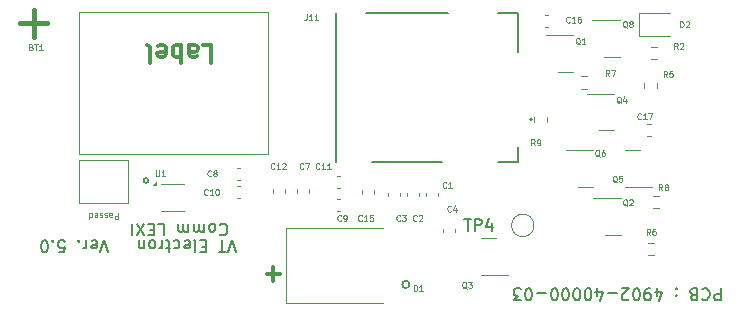
<source format=gbr>
%TF.GenerationSoftware,KiCad,Pcbnew,8.0.5*%
%TF.CreationDate,2024-10-21T10:38:41+01:00*%
%TF.ProjectId,LEXI-R422-Rev 3,4c455849-2d52-4343-9232-2d5265762033,rev?*%
%TF.SameCoordinates,Original*%
%TF.FileFunction,Legend,Top*%
%TF.FilePolarity,Positive*%
%FSLAX46Y46*%
G04 Gerber Fmt 4.6, Leading zero omitted, Abs format (unit mm)*
G04 Created by KiCad (PCBNEW 8.0.5) date 2024-10-21 10:38:41*
%MOMM*%
%LPD*%
G01*
G04 APERTURE LIST*
%ADD10C,0.200000*%
%ADD11C,0.100000*%
%ADD12C,0.300000*%
%ADD13C,0.150000*%
%ADD14C,0.450000*%
%ADD15C,0.120000*%
%ADD16C,0.127000*%
G04 APERTURE END LIST*
D10*
X46510047Y-1200000D02*
G75*
G02*
X45889953Y-1200000I-310047J0D01*
G01*
X45889953Y-1200000D02*
G75*
G02*
X46510047Y-1200000I310047J0D01*
G01*
X24400000Y7600000D02*
G75*
G02*
X24000000Y7600000I-200000J0D01*
G01*
X24000000Y7600000D02*
G75*
G02*
X24400000Y7600000I200000J0D01*
G01*
D11*
X18525200Y9338800D02*
X22640000Y9338800D01*
X22640000Y5681200D01*
X18525200Y5681200D01*
X18525200Y9338800D01*
D10*
X72868094Y-1527780D02*
X72868094Y-2527780D01*
X72868094Y-2527780D02*
X72487142Y-2527780D01*
X72487142Y-2527780D02*
X72391904Y-2480161D01*
X72391904Y-2480161D02*
X72344285Y-2432542D01*
X72344285Y-2432542D02*
X72296666Y-2337304D01*
X72296666Y-2337304D02*
X72296666Y-2194447D01*
X72296666Y-2194447D02*
X72344285Y-2099209D01*
X72344285Y-2099209D02*
X72391904Y-2051590D01*
X72391904Y-2051590D02*
X72487142Y-2003971D01*
X72487142Y-2003971D02*
X72868094Y-2003971D01*
X71296666Y-1623019D02*
X71344285Y-1575400D01*
X71344285Y-1575400D02*
X71487142Y-1527780D01*
X71487142Y-1527780D02*
X71582380Y-1527780D01*
X71582380Y-1527780D02*
X71725237Y-1575400D01*
X71725237Y-1575400D02*
X71820475Y-1670638D01*
X71820475Y-1670638D02*
X71868094Y-1765876D01*
X71868094Y-1765876D02*
X71915713Y-1956352D01*
X71915713Y-1956352D02*
X71915713Y-2099209D01*
X71915713Y-2099209D02*
X71868094Y-2289685D01*
X71868094Y-2289685D02*
X71820475Y-2384923D01*
X71820475Y-2384923D02*
X71725237Y-2480161D01*
X71725237Y-2480161D02*
X71582380Y-2527780D01*
X71582380Y-2527780D02*
X71487142Y-2527780D01*
X71487142Y-2527780D02*
X71344285Y-2480161D01*
X71344285Y-2480161D02*
X71296666Y-2432542D01*
X70534761Y-2051590D02*
X70391904Y-2003971D01*
X70391904Y-2003971D02*
X70344285Y-1956352D01*
X70344285Y-1956352D02*
X70296666Y-1861114D01*
X70296666Y-1861114D02*
X70296666Y-1718257D01*
X70296666Y-1718257D02*
X70344285Y-1623019D01*
X70344285Y-1623019D02*
X70391904Y-1575400D01*
X70391904Y-1575400D02*
X70487142Y-1527780D01*
X70487142Y-1527780D02*
X70868094Y-1527780D01*
X70868094Y-1527780D02*
X70868094Y-2527780D01*
X70868094Y-2527780D02*
X70534761Y-2527780D01*
X70534761Y-2527780D02*
X70439523Y-2480161D01*
X70439523Y-2480161D02*
X70391904Y-2432542D01*
X70391904Y-2432542D02*
X70344285Y-2337304D01*
X70344285Y-2337304D02*
X70344285Y-2242066D01*
X70344285Y-2242066D02*
X70391904Y-2146828D01*
X70391904Y-2146828D02*
X70439523Y-2099209D01*
X70439523Y-2099209D02*
X70534761Y-2051590D01*
X70534761Y-2051590D02*
X70868094Y-2051590D01*
X69106189Y-1623019D02*
X69058570Y-1575400D01*
X69058570Y-1575400D02*
X69106189Y-1527780D01*
X69106189Y-1527780D02*
X69153808Y-1575400D01*
X69153808Y-1575400D02*
X69106189Y-1623019D01*
X69106189Y-1623019D02*
X69106189Y-1527780D01*
X69106189Y-2146828D02*
X69058570Y-2099209D01*
X69058570Y-2099209D02*
X69106189Y-2051590D01*
X69106189Y-2051590D02*
X69153808Y-2099209D01*
X69153808Y-2099209D02*
X69106189Y-2146828D01*
X69106189Y-2146828D02*
X69106189Y-2051590D01*
X67439523Y-2194447D02*
X67439523Y-1527780D01*
X67677618Y-2575400D02*
X67915713Y-1861114D01*
X67915713Y-1861114D02*
X67296666Y-1861114D01*
X66868094Y-1527780D02*
X66677618Y-1527780D01*
X66677618Y-1527780D02*
X66582380Y-1575400D01*
X66582380Y-1575400D02*
X66534761Y-1623019D01*
X66534761Y-1623019D02*
X66439523Y-1765876D01*
X66439523Y-1765876D02*
X66391904Y-1956352D01*
X66391904Y-1956352D02*
X66391904Y-2337304D01*
X66391904Y-2337304D02*
X66439523Y-2432542D01*
X66439523Y-2432542D02*
X66487142Y-2480161D01*
X66487142Y-2480161D02*
X66582380Y-2527780D01*
X66582380Y-2527780D02*
X66772856Y-2527780D01*
X66772856Y-2527780D02*
X66868094Y-2480161D01*
X66868094Y-2480161D02*
X66915713Y-2432542D01*
X66915713Y-2432542D02*
X66963332Y-2337304D01*
X66963332Y-2337304D02*
X66963332Y-2099209D01*
X66963332Y-2099209D02*
X66915713Y-2003971D01*
X66915713Y-2003971D02*
X66868094Y-1956352D01*
X66868094Y-1956352D02*
X66772856Y-1908733D01*
X66772856Y-1908733D02*
X66582380Y-1908733D01*
X66582380Y-1908733D02*
X66487142Y-1956352D01*
X66487142Y-1956352D02*
X66439523Y-2003971D01*
X66439523Y-2003971D02*
X66391904Y-2099209D01*
X65772856Y-2527780D02*
X65677618Y-2527780D01*
X65677618Y-2527780D02*
X65582380Y-2480161D01*
X65582380Y-2480161D02*
X65534761Y-2432542D01*
X65534761Y-2432542D02*
X65487142Y-2337304D01*
X65487142Y-2337304D02*
X65439523Y-2146828D01*
X65439523Y-2146828D02*
X65439523Y-1908733D01*
X65439523Y-1908733D02*
X65487142Y-1718257D01*
X65487142Y-1718257D02*
X65534761Y-1623019D01*
X65534761Y-1623019D02*
X65582380Y-1575400D01*
X65582380Y-1575400D02*
X65677618Y-1527780D01*
X65677618Y-1527780D02*
X65772856Y-1527780D01*
X65772856Y-1527780D02*
X65868094Y-1575400D01*
X65868094Y-1575400D02*
X65915713Y-1623019D01*
X65915713Y-1623019D02*
X65963332Y-1718257D01*
X65963332Y-1718257D02*
X66010951Y-1908733D01*
X66010951Y-1908733D02*
X66010951Y-2146828D01*
X66010951Y-2146828D02*
X65963332Y-2337304D01*
X65963332Y-2337304D02*
X65915713Y-2432542D01*
X65915713Y-2432542D02*
X65868094Y-2480161D01*
X65868094Y-2480161D02*
X65772856Y-2527780D01*
X65058570Y-2432542D02*
X65010951Y-2480161D01*
X65010951Y-2480161D02*
X64915713Y-2527780D01*
X64915713Y-2527780D02*
X64677618Y-2527780D01*
X64677618Y-2527780D02*
X64582380Y-2480161D01*
X64582380Y-2480161D02*
X64534761Y-2432542D01*
X64534761Y-2432542D02*
X64487142Y-2337304D01*
X64487142Y-2337304D02*
X64487142Y-2242066D01*
X64487142Y-2242066D02*
X64534761Y-2099209D01*
X64534761Y-2099209D02*
X65106189Y-1527780D01*
X65106189Y-1527780D02*
X64487142Y-1527780D01*
X64058570Y-1908733D02*
X63296666Y-1908733D01*
X62391904Y-2194447D02*
X62391904Y-1527780D01*
X62629999Y-2575400D02*
X62868094Y-1861114D01*
X62868094Y-1861114D02*
X62249047Y-1861114D01*
X61677618Y-2527780D02*
X61582380Y-2527780D01*
X61582380Y-2527780D02*
X61487142Y-2480161D01*
X61487142Y-2480161D02*
X61439523Y-2432542D01*
X61439523Y-2432542D02*
X61391904Y-2337304D01*
X61391904Y-2337304D02*
X61344285Y-2146828D01*
X61344285Y-2146828D02*
X61344285Y-1908733D01*
X61344285Y-1908733D02*
X61391904Y-1718257D01*
X61391904Y-1718257D02*
X61439523Y-1623019D01*
X61439523Y-1623019D02*
X61487142Y-1575400D01*
X61487142Y-1575400D02*
X61582380Y-1527780D01*
X61582380Y-1527780D02*
X61677618Y-1527780D01*
X61677618Y-1527780D02*
X61772856Y-1575400D01*
X61772856Y-1575400D02*
X61820475Y-1623019D01*
X61820475Y-1623019D02*
X61868094Y-1718257D01*
X61868094Y-1718257D02*
X61915713Y-1908733D01*
X61915713Y-1908733D02*
X61915713Y-2146828D01*
X61915713Y-2146828D02*
X61868094Y-2337304D01*
X61868094Y-2337304D02*
X61820475Y-2432542D01*
X61820475Y-2432542D02*
X61772856Y-2480161D01*
X61772856Y-2480161D02*
X61677618Y-2527780D01*
X60725237Y-2527780D02*
X60629999Y-2527780D01*
X60629999Y-2527780D02*
X60534761Y-2480161D01*
X60534761Y-2480161D02*
X60487142Y-2432542D01*
X60487142Y-2432542D02*
X60439523Y-2337304D01*
X60439523Y-2337304D02*
X60391904Y-2146828D01*
X60391904Y-2146828D02*
X60391904Y-1908733D01*
X60391904Y-1908733D02*
X60439523Y-1718257D01*
X60439523Y-1718257D02*
X60487142Y-1623019D01*
X60487142Y-1623019D02*
X60534761Y-1575400D01*
X60534761Y-1575400D02*
X60629999Y-1527780D01*
X60629999Y-1527780D02*
X60725237Y-1527780D01*
X60725237Y-1527780D02*
X60820475Y-1575400D01*
X60820475Y-1575400D02*
X60868094Y-1623019D01*
X60868094Y-1623019D02*
X60915713Y-1718257D01*
X60915713Y-1718257D02*
X60963332Y-1908733D01*
X60963332Y-1908733D02*
X60963332Y-2146828D01*
X60963332Y-2146828D02*
X60915713Y-2337304D01*
X60915713Y-2337304D02*
X60868094Y-2432542D01*
X60868094Y-2432542D02*
X60820475Y-2480161D01*
X60820475Y-2480161D02*
X60725237Y-2527780D01*
X59772856Y-2527780D02*
X59677618Y-2527780D01*
X59677618Y-2527780D02*
X59582380Y-2480161D01*
X59582380Y-2480161D02*
X59534761Y-2432542D01*
X59534761Y-2432542D02*
X59487142Y-2337304D01*
X59487142Y-2337304D02*
X59439523Y-2146828D01*
X59439523Y-2146828D02*
X59439523Y-1908733D01*
X59439523Y-1908733D02*
X59487142Y-1718257D01*
X59487142Y-1718257D02*
X59534761Y-1623019D01*
X59534761Y-1623019D02*
X59582380Y-1575400D01*
X59582380Y-1575400D02*
X59677618Y-1527780D01*
X59677618Y-1527780D02*
X59772856Y-1527780D01*
X59772856Y-1527780D02*
X59868094Y-1575400D01*
X59868094Y-1575400D02*
X59915713Y-1623019D01*
X59915713Y-1623019D02*
X59963332Y-1718257D01*
X59963332Y-1718257D02*
X60010951Y-1908733D01*
X60010951Y-1908733D02*
X60010951Y-2146828D01*
X60010951Y-2146828D02*
X59963332Y-2337304D01*
X59963332Y-2337304D02*
X59915713Y-2432542D01*
X59915713Y-2432542D02*
X59868094Y-2480161D01*
X59868094Y-2480161D02*
X59772856Y-2527780D01*
X58820475Y-2527780D02*
X58725237Y-2527780D01*
X58725237Y-2527780D02*
X58629999Y-2480161D01*
X58629999Y-2480161D02*
X58582380Y-2432542D01*
X58582380Y-2432542D02*
X58534761Y-2337304D01*
X58534761Y-2337304D02*
X58487142Y-2146828D01*
X58487142Y-2146828D02*
X58487142Y-1908733D01*
X58487142Y-1908733D02*
X58534761Y-1718257D01*
X58534761Y-1718257D02*
X58582380Y-1623019D01*
X58582380Y-1623019D02*
X58629999Y-1575400D01*
X58629999Y-1575400D02*
X58725237Y-1527780D01*
X58725237Y-1527780D02*
X58820475Y-1527780D01*
X58820475Y-1527780D02*
X58915713Y-1575400D01*
X58915713Y-1575400D02*
X58963332Y-1623019D01*
X58963332Y-1623019D02*
X59010951Y-1718257D01*
X59010951Y-1718257D02*
X59058570Y-1908733D01*
X59058570Y-1908733D02*
X59058570Y-2146828D01*
X59058570Y-2146828D02*
X59010951Y-2337304D01*
X59010951Y-2337304D02*
X58963332Y-2432542D01*
X58963332Y-2432542D02*
X58915713Y-2480161D01*
X58915713Y-2480161D02*
X58820475Y-2527780D01*
X58058570Y-1908733D02*
X57296666Y-1908733D01*
X56629999Y-2527780D02*
X56534761Y-2527780D01*
X56534761Y-2527780D02*
X56439523Y-2480161D01*
X56439523Y-2480161D02*
X56391904Y-2432542D01*
X56391904Y-2432542D02*
X56344285Y-2337304D01*
X56344285Y-2337304D02*
X56296666Y-2146828D01*
X56296666Y-2146828D02*
X56296666Y-1908733D01*
X56296666Y-1908733D02*
X56344285Y-1718257D01*
X56344285Y-1718257D02*
X56391904Y-1623019D01*
X56391904Y-1623019D02*
X56439523Y-1575400D01*
X56439523Y-1575400D02*
X56534761Y-1527780D01*
X56534761Y-1527780D02*
X56629999Y-1527780D01*
X56629999Y-1527780D02*
X56725237Y-1575400D01*
X56725237Y-1575400D02*
X56772856Y-1623019D01*
X56772856Y-1623019D02*
X56820475Y-1718257D01*
X56820475Y-1718257D02*
X56868094Y-1908733D01*
X56868094Y-1908733D02*
X56868094Y-2146828D01*
X56868094Y-2146828D02*
X56820475Y-2337304D01*
X56820475Y-2337304D02*
X56772856Y-2432542D01*
X56772856Y-2432542D02*
X56725237Y-2480161D01*
X56725237Y-2480161D02*
X56629999Y-2527780D01*
X55963332Y-2527780D02*
X55344285Y-2527780D01*
X55344285Y-2527780D02*
X55677618Y-2146828D01*
X55677618Y-2146828D02*
X55534761Y-2146828D01*
X55534761Y-2146828D02*
X55439523Y-2099209D01*
X55439523Y-2099209D02*
X55391904Y-2051590D01*
X55391904Y-2051590D02*
X55344285Y-1956352D01*
X55344285Y-1956352D02*
X55344285Y-1718257D01*
X55344285Y-1718257D02*
X55391904Y-1623019D01*
X55391904Y-1623019D02*
X55439523Y-1575400D01*
X55439523Y-1575400D02*
X55534761Y-1527780D01*
X55534761Y-1527780D02*
X55820475Y-1527780D01*
X55820475Y-1527780D02*
X55915713Y-1575400D01*
X55915713Y-1575400D02*
X55963332Y-1623019D01*
X31795715Y1522219D02*
X31462382Y2522219D01*
X31462382Y2522219D02*
X31129049Y1522219D01*
X30938572Y1522219D02*
X30367144Y1522219D01*
X30652858Y2522219D02*
X30652858Y1522219D01*
X29271905Y1998409D02*
X28938572Y1998409D01*
X28795715Y2522219D02*
X29271905Y2522219D01*
X29271905Y2522219D02*
X29271905Y1522219D01*
X29271905Y1522219D02*
X28795715Y1522219D01*
X28224286Y2522219D02*
X28319524Y2474600D01*
X28319524Y2474600D02*
X28367143Y2379361D01*
X28367143Y2379361D02*
X28367143Y1522219D01*
X27462381Y2474600D02*
X27557619Y2522219D01*
X27557619Y2522219D02*
X27748095Y2522219D01*
X27748095Y2522219D02*
X27843333Y2474600D01*
X27843333Y2474600D02*
X27890952Y2379361D01*
X27890952Y2379361D02*
X27890952Y1998409D01*
X27890952Y1998409D02*
X27843333Y1903171D01*
X27843333Y1903171D02*
X27748095Y1855552D01*
X27748095Y1855552D02*
X27557619Y1855552D01*
X27557619Y1855552D02*
X27462381Y1903171D01*
X27462381Y1903171D02*
X27414762Y1998409D01*
X27414762Y1998409D02*
X27414762Y2093647D01*
X27414762Y2093647D02*
X27890952Y2188885D01*
X26557619Y2474600D02*
X26652857Y2522219D01*
X26652857Y2522219D02*
X26843333Y2522219D01*
X26843333Y2522219D02*
X26938571Y2474600D01*
X26938571Y2474600D02*
X26986190Y2426980D01*
X26986190Y2426980D02*
X27033809Y2331742D01*
X27033809Y2331742D02*
X27033809Y2046028D01*
X27033809Y2046028D02*
X26986190Y1950790D01*
X26986190Y1950790D02*
X26938571Y1903171D01*
X26938571Y1903171D02*
X26843333Y1855552D01*
X26843333Y1855552D02*
X26652857Y1855552D01*
X26652857Y1855552D02*
X26557619Y1903171D01*
X26271904Y1855552D02*
X25890952Y1855552D01*
X26129047Y1522219D02*
X26129047Y2379361D01*
X26129047Y2379361D02*
X26081428Y2474600D01*
X26081428Y2474600D02*
X25986190Y2522219D01*
X25986190Y2522219D02*
X25890952Y2522219D01*
X25557618Y2522219D02*
X25557618Y1855552D01*
X25557618Y2046028D02*
X25509999Y1950790D01*
X25509999Y1950790D02*
X25462380Y1903171D01*
X25462380Y1903171D02*
X25367142Y1855552D01*
X25367142Y1855552D02*
X25271904Y1855552D01*
X24795713Y2522219D02*
X24890951Y2474600D01*
X24890951Y2474600D02*
X24938570Y2426980D01*
X24938570Y2426980D02*
X24986189Y2331742D01*
X24986189Y2331742D02*
X24986189Y2046028D01*
X24986189Y2046028D02*
X24938570Y1950790D01*
X24938570Y1950790D02*
X24890951Y1903171D01*
X24890951Y1903171D02*
X24795713Y1855552D01*
X24795713Y1855552D02*
X24652856Y1855552D01*
X24652856Y1855552D02*
X24557618Y1903171D01*
X24557618Y1903171D02*
X24509999Y1950790D01*
X24509999Y1950790D02*
X24462380Y2046028D01*
X24462380Y2046028D02*
X24462380Y2331742D01*
X24462380Y2331742D02*
X24509999Y2426980D01*
X24509999Y2426980D02*
X24557618Y2474600D01*
X24557618Y2474600D02*
X24652856Y2522219D01*
X24652856Y2522219D02*
X24795713Y2522219D01*
X24033808Y1855552D02*
X24033808Y2522219D01*
X24033808Y1950790D02*
X23986189Y1903171D01*
X23986189Y1903171D02*
X23890951Y1855552D01*
X23890951Y1855552D02*
X23748094Y1855552D01*
X23748094Y1855552D02*
X23652856Y1903171D01*
X23652856Y1903171D02*
X23605237Y1998409D01*
X23605237Y1998409D02*
X23605237Y2522219D01*
X20986188Y1522219D02*
X20652855Y2522219D01*
X20652855Y2522219D02*
X20319522Y1522219D01*
X19605236Y2474600D02*
X19700474Y2522219D01*
X19700474Y2522219D02*
X19890950Y2522219D01*
X19890950Y2522219D02*
X19986188Y2474600D01*
X19986188Y2474600D02*
X20033807Y2379361D01*
X20033807Y2379361D02*
X20033807Y1998409D01*
X20033807Y1998409D02*
X19986188Y1903171D01*
X19986188Y1903171D02*
X19890950Y1855552D01*
X19890950Y1855552D02*
X19700474Y1855552D01*
X19700474Y1855552D02*
X19605236Y1903171D01*
X19605236Y1903171D02*
X19557617Y1998409D01*
X19557617Y1998409D02*
X19557617Y2093647D01*
X19557617Y2093647D02*
X20033807Y2188885D01*
X19129045Y2522219D02*
X19129045Y1855552D01*
X19129045Y2046028D02*
X19081426Y1950790D01*
X19081426Y1950790D02*
X19033807Y1903171D01*
X19033807Y1903171D02*
X18938569Y1855552D01*
X18938569Y1855552D02*
X18843331Y1855552D01*
X18509997Y2426980D02*
X18462378Y2474600D01*
X18462378Y2474600D02*
X18509997Y2522219D01*
X18509997Y2522219D02*
X18557616Y2474600D01*
X18557616Y2474600D02*
X18509997Y2426980D01*
X18509997Y2426980D02*
X18509997Y2522219D01*
X16795712Y1522219D02*
X17271902Y1522219D01*
X17271902Y1522219D02*
X17319521Y1998409D01*
X17319521Y1998409D02*
X17271902Y1950790D01*
X17271902Y1950790D02*
X17176664Y1903171D01*
X17176664Y1903171D02*
X16938569Y1903171D01*
X16938569Y1903171D02*
X16843331Y1950790D01*
X16843331Y1950790D02*
X16795712Y1998409D01*
X16795712Y1998409D02*
X16748093Y2093647D01*
X16748093Y2093647D02*
X16748093Y2331742D01*
X16748093Y2331742D02*
X16795712Y2426980D01*
X16795712Y2426980D02*
X16843331Y2474600D01*
X16843331Y2474600D02*
X16938569Y2522219D01*
X16938569Y2522219D02*
X17176664Y2522219D01*
X17176664Y2522219D02*
X17271902Y2474600D01*
X17271902Y2474600D02*
X17319521Y2426980D01*
X16319521Y2426980D02*
X16271902Y2474600D01*
X16271902Y2474600D02*
X16319521Y2522219D01*
X16319521Y2522219D02*
X16367140Y2474600D01*
X16367140Y2474600D02*
X16319521Y2426980D01*
X16319521Y2426980D02*
X16319521Y2522219D01*
X15652855Y1522219D02*
X15557617Y1522219D01*
X15557617Y1522219D02*
X15462379Y1569838D01*
X15462379Y1569838D02*
X15414760Y1617457D01*
X15414760Y1617457D02*
X15367141Y1712695D01*
X15367141Y1712695D02*
X15319522Y1903171D01*
X15319522Y1903171D02*
X15319522Y2141266D01*
X15319522Y2141266D02*
X15367141Y2331742D01*
X15367141Y2331742D02*
X15414760Y2426980D01*
X15414760Y2426980D02*
X15462379Y2474600D01*
X15462379Y2474600D02*
X15557617Y2522219D01*
X15557617Y2522219D02*
X15652855Y2522219D01*
X15652855Y2522219D02*
X15748093Y2474600D01*
X15748093Y2474600D02*
X15795712Y2426980D01*
X15795712Y2426980D02*
X15843331Y2331742D01*
X15843331Y2331742D02*
X15890950Y2141266D01*
X15890950Y2141266D02*
X15890950Y1903171D01*
X15890950Y1903171D02*
X15843331Y1712695D01*
X15843331Y1712695D02*
X15795712Y1617457D01*
X15795712Y1617457D02*
X15748093Y1569838D01*
X15748093Y1569838D02*
X15652855Y1522219D01*
D12*
X29018571Y19078328D02*
X29732857Y19078328D01*
X29732857Y19078328D02*
X29732857Y17578328D01*
X27875714Y19078328D02*
X27875714Y18292614D01*
X27875714Y18292614D02*
X27947142Y18149757D01*
X27947142Y18149757D02*
X28089999Y18078328D01*
X28089999Y18078328D02*
X28375714Y18078328D01*
X28375714Y18078328D02*
X28518571Y18149757D01*
X27875714Y19006900D02*
X28018571Y19078328D01*
X28018571Y19078328D02*
X28375714Y19078328D01*
X28375714Y19078328D02*
X28518571Y19006900D01*
X28518571Y19006900D02*
X28589999Y18864042D01*
X28589999Y18864042D02*
X28589999Y18721185D01*
X28589999Y18721185D02*
X28518571Y18578328D01*
X28518571Y18578328D02*
X28375714Y18506900D01*
X28375714Y18506900D02*
X28018571Y18506900D01*
X28018571Y18506900D02*
X27875714Y18435471D01*
X27161428Y19078328D02*
X27161428Y17578328D01*
X27161428Y18149757D02*
X27018571Y18078328D01*
X27018571Y18078328D02*
X26732856Y18078328D01*
X26732856Y18078328D02*
X26589999Y18149757D01*
X26589999Y18149757D02*
X26518571Y18221185D01*
X26518571Y18221185D02*
X26447142Y18364042D01*
X26447142Y18364042D02*
X26447142Y18792614D01*
X26447142Y18792614D02*
X26518571Y18935471D01*
X26518571Y18935471D02*
X26589999Y19006900D01*
X26589999Y19006900D02*
X26732856Y19078328D01*
X26732856Y19078328D02*
X27018571Y19078328D01*
X27018571Y19078328D02*
X27161428Y19006900D01*
X25232856Y19006900D02*
X25375713Y19078328D01*
X25375713Y19078328D02*
X25661428Y19078328D01*
X25661428Y19078328D02*
X25804285Y19006900D01*
X25804285Y19006900D02*
X25875713Y18864042D01*
X25875713Y18864042D02*
X25875713Y18292614D01*
X25875713Y18292614D02*
X25804285Y18149757D01*
X25804285Y18149757D02*
X25661428Y18078328D01*
X25661428Y18078328D02*
X25375713Y18078328D01*
X25375713Y18078328D02*
X25232856Y18149757D01*
X25232856Y18149757D02*
X25161428Y18292614D01*
X25161428Y18292614D02*
X25161428Y18435471D01*
X25161428Y18435471D02*
X25875713Y18578328D01*
X24304285Y19078328D02*
X24447142Y19006900D01*
X24447142Y19006900D02*
X24518571Y18864042D01*
X24518571Y18864042D02*
X24518571Y17578328D01*
D11*
X21822380Y4856109D02*
X21822380Y4356109D01*
X21822380Y4356109D02*
X21631904Y4356109D01*
X21631904Y4356109D02*
X21584285Y4379919D01*
X21584285Y4379919D02*
X21560475Y4403728D01*
X21560475Y4403728D02*
X21536666Y4451347D01*
X21536666Y4451347D02*
X21536666Y4522776D01*
X21536666Y4522776D02*
X21560475Y4570395D01*
X21560475Y4570395D02*
X21584285Y4594204D01*
X21584285Y4594204D02*
X21631904Y4618014D01*
X21631904Y4618014D02*
X21822380Y4618014D01*
X21108094Y4856109D02*
X21108094Y4594204D01*
X21108094Y4594204D02*
X21131904Y4546585D01*
X21131904Y4546585D02*
X21179523Y4522776D01*
X21179523Y4522776D02*
X21274761Y4522776D01*
X21274761Y4522776D02*
X21322380Y4546585D01*
X21108094Y4832300D02*
X21155713Y4856109D01*
X21155713Y4856109D02*
X21274761Y4856109D01*
X21274761Y4856109D02*
X21322380Y4832300D01*
X21322380Y4832300D02*
X21346189Y4784680D01*
X21346189Y4784680D02*
X21346189Y4737061D01*
X21346189Y4737061D02*
X21322380Y4689442D01*
X21322380Y4689442D02*
X21274761Y4665633D01*
X21274761Y4665633D02*
X21155713Y4665633D01*
X21155713Y4665633D02*
X21108094Y4641823D01*
X20893808Y4832300D02*
X20846189Y4856109D01*
X20846189Y4856109D02*
X20750951Y4856109D01*
X20750951Y4856109D02*
X20703332Y4832300D01*
X20703332Y4832300D02*
X20679523Y4784680D01*
X20679523Y4784680D02*
X20679523Y4760871D01*
X20679523Y4760871D02*
X20703332Y4713252D01*
X20703332Y4713252D02*
X20750951Y4689442D01*
X20750951Y4689442D02*
X20822380Y4689442D01*
X20822380Y4689442D02*
X20869999Y4665633D01*
X20869999Y4665633D02*
X20893808Y4618014D01*
X20893808Y4618014D02*
X20893808Y4594204D01*
X20893808Y4594204D02*
X20869999Y4546585D01*
X20869999Y4546585D02*
X20822380Y4522776D01*
X20822380Y4522776D02*
X20750951Y4522776D01*
X20750951Y4522776D02*
X20703332Y4546585D01*
X20489046Y4832300D02*
X20441427Y4856109D01*
X20441427Y4856109D02*
X20346189Y4856109D01*
X20346189Y4856109D02*
X20298570Y4832300D01*
X20298570Y4832300D02*
X20274761Y4784680D01*
X20274761Y4784680D02*
X20274761Y4760871D01*
X20274761Y4760871D02*
X20298570Y4713252D01*
X20298570Y4713252D02*
X20346189Y4689442D01*
X20346189Y4689442D02*
X20417618Y4689442D01*
X20417618Y4689442D02*
X20465237Y4665633D01*
X20465237Y4665633D02*
X20489046Y4618014D01*
X20489046Y4618014D02*
X20489046Y4594204D01*
X20489046Y4594204D02*
X20465237Y4546585D01*
X20465237Y4546585D02*
X20417618Y4522776D01*
X20417618Y4522776D02*
X20346189Y4522776D01*
X20346189Y4522776D02*
X20298570Y4546585D01*
X19869999Y4832300D02*
X19917618Y4856109D01*
X19917618Y4856109D02*
X20012856Y4856109D01*
X20012856Y4856109D02*
X20060475Y4832300D01*
X20060475Y4832300D02*
X20084284Y4784680D01*
X20084284Y4784680D02*
X20084284Y4594204D01*
X20084284Y4594204D02*
X20060475Y4546585D01*
X20060475Y4546585D02*
X20012856Y4522776D01*
X20012856Y4522776D02*
X19917618Y4522776D01*
X19917618Y4522776D02*
X19869999Y4546585D01*
X19869999Y4546585D02*
X19846189Y4594204D01*
X19846189Y4594204D02*
X19846189Y4641823D01*
X19846189Y4641823D02*
X20084284Y4689442D01*
X19417618Y4856109D02*
X19417618Y4356109D01*
X19417618Y4832300D02*
X19465237Y4856109D01*
X19465237Y4856109D02*
X19560475Y4856109D01*
X19560475Y4856109D02*
X19608094Y4832300D01*
X19608094Y4832300D02*
X19631904Y4808490D01*
X19631904Y4808490D02*
X19655713Y4760871D01*
X19655713Y4760871D02*
X19655713Y4618014D01*
X19655713Y4618014D02*
X19631904Y4570395D01*
X19631904Y4570395D02*
X19608094Y4546585D01*
X19608094Y4546585D02*
X19560475Y4522776D01*
X19560475Y4522776D02*
X19465237Y4522776D01*
X19465237Y4522776D02*
X19417618Y4546585D01*
D10*
X30448571Y3852008D02*
X30496190Y3899628D01*
X30496190Y3899628D02*
X30639047Y3947247D01*
X30639047Y3947247D02*
X30734285Y3947247D01*
X30734285Y3947247D02*
X30877142Y3899628D01*
X30877142Y3899628D02*
X30972380Y3804389D01*
X30972380Y3804389D02*
X31019999Y3709151D01*
X31019999Y3709151D02*
X31067618Y3518675D01*
X31067618Y3518675D02*
X31067618Y3375818D01*
X31067618Y3375818D02*
X31019999Y3185342D01*
X31019999Y3185342D02*
X30972380Y3090104D01*
X30972380Y3090104D02*
X30877142Y2994866D01*
X30877142Y2994866D02*
X30734285Y2947247D01*
X30734285Y2947247D02*
X30639047Y2947247D01*
X30639047Y2947247D02*
X30496190Y2994866D01*
X30496190Y2994866D02*
X30448571Y3042485D01*
X29877142Y3947247D02*
X29972380Y3899628D01*
X29972380Y3899628D02*
X30019999Y3852008D01*
X30019999Y3852008D02*
X30067618Y3756770D01*
X30067618Y3756770D02*
X30067618Y3471056D01*
X30067618Y3471056D02*
X30019999Y3375818D01*
X30019999Y3375818D02*
X29972380Y3328199D01*
X29972380Y3328199D02*
X29877142Y3280580D01*
X29877142Y3280580D02*
X29734285Y3280580D01*
X29734285Y3280580D02*
X29639047Y3328199D01*
X29639047Y3328199D02*
X29591428Y3375818D01*
X29591428Y3375818D02*
X29543809Y3471056D01*
X29543809Y3471056D02*
X29543809Y3756770D01*
X29543809Y3756770D02*
X29591428Y3852008D01*
X29591428Y3852008D02*
X29639047Y3899628D01*
X29639047Y3899628D02*
X29734285Y3947247D01*
X29734285Y3947247D02*
X29877142Y3947247D01*
X29115237Y3947247D02*
X29115237Y3280580D01*
X29115237Y3375818D02*
X29067618Y3328199D01*
X29067618Y3328199D02*
X28972380Y3280580D01*
X28972380Y3280580D02*
X28829523Y3280580D01*
X28829523Y3280580D02*
X28734285Y3328199D01*
X28734285Y3328199D02*
X28686666Y3423437D01*
X28686666Y3423437D02*
X28686666Y3947247D01*
X28686666Y3423437D02*
X28639047Y3328199D01*
X28639047Y3328199D02*
X28543809Y3280580D01*
X28543809Y3280580D02*
X28400952Y3280580D01*
X28400952Y3280580D02*
X28305713Y3328199D01*
X28305713Y3328199D02*
X28258094Y3423437D01*
X28258094Y3423437D02*
X28258094Y3947247D01*
X27781904Y3947247D02*
X27781904Y3280580D01*
X27781904Y3375818D02*
X27734285Y3328199D01*
X27734285Y3328199D02*
X27639047Y3280580D01*
X27639047Y3280580D02*
X27496190Y3280580D01*
X27496190Y3280580D02*
X27400952Y3328199D01*
X27400952Y3328199D02*
X27353333Y3423437D01*
X27353333Y3423437D02*
X27353333Y3947247D01*
X27353333Y3423437D02*
X27305714Y3328199D01*
X27305714Y3328199D02*
X27210476Y3280580D01*
X27210476Y3280580D02*
X27067619Y3280580D01*
X27067619Y3280580D02*
X26972380Y3328199D01*
X26972380Y3328199D02*
X26924761Y3423437D01*
X26924761Y3423437D02*
X26924761Y3947247D01*
X25210476Y3947247D02*
X25686666Y3947247D01*
X25686666Y3947247D02*
X25686666Y2947247D01*
X24877142Y3423437D02*
X24543809Y3423437D01*
X24400952Y3947247D02*
X24877142Y3947247D01*
X24877142Y3947247D02*
X24877142Y2947247D01*
X24877142Y2947247D02*
X24400952Y2947247D01*
X24067618Y2947247D02*
X23400952Y3947247D01*
X23400952Y2947247D02*
X24067618Y3947247D01*
X23019999Y3947247D02*
X23019999Y2947247D01*
D12*
X34408571Y-326900D02*
X35551429Y-326900D01*
X34980000Y-898328D02*
X34980000Y244528D01*
D11*
X49616666Y7021509D02*
X49592857Y6997700D01*
X49592857Y6997700D02*
X49521428Y6973890D01*
X49521428Y6973890D02*
X49473809Y6973890D01*
X49473809Y6973890D02*
X49402381Y6997700D01*
X49402381Y6997700D02*
X49354762Y7045319D01*
X49354762Y7045319D02*
X49330952Y7092938D01*
X49330952Y7092938D02*
X49307143Y7188176D01*
X49307143Y7188176D02*
X49307143Y7259604D01*
X49307143Y7259604D02*
X49330952Y7354842D01*
X49330952Y7354842D02*
X49354762Y7402461D01*
X49354762Y7402461D02*
X49402381Y7450080D01*
X49402381Y7450080D02*
X49473809Y7473890D01*
X49473809Y7473890D02*
X49521428Y7473890D01*
X49521428Y7473890D02*
X49592857Y7450080D01*
X49592857Y7450080D02*
X49616666Y7426271D01*
X50092857Y6973890D02*
X49807143Y6973890D01*
X49950000Y6973890D02*
X49950000Y7473890D01*
X49950000Y7473890D02*
X49902381Y7402461D01*
X49902381Y7402461D02*
X49854762Y7354842D01*
X49854762Y7354842D02*
X49807143Y7331033D01*
X47116666Y4221509D02*
X47092857Y4197700D01*
X47092857Y4197700D02*
X47021428Y4173890D01*
X47021428Y4173890D02*
X46973809Y4173890D01*
X46973809Y4173890D02*
X46902381Y4197700D01*
X46902381Y4197700D02*
X46854762Y4245319D01*
X46854762Y4245319D02*
X46830952Y4292938D01*
X46830952Y4292938D02*
X46807143Y4388176D01*
X46807143Y4388176D02*
X46807143Y4459604D01*
X46807143Y4459604D02*
X46830952Y4554842D01*
X46830952Y4554842D02*
X46854762Y4602461D01*
X46854762Y4602461D02*
X46902381Y4650080D01*
X46902381Y4650080D02*
X46973809Y4673890D01*
X46973809Y4673890D02*
X47021428Y4673890D01*
X47021428Y4673890D02*
X47092857Y4650080D01*
X47092857Y4650080D02*
X47116666Y4626271D01*
X47307143Y4626271D02*
X47330952Y4650080D01*
X47330952Y4650080D02*
X47378571Y4673890D01*
X47378571Y4673890D02*
X47497619Y4673890D01*
X47497619Y4673890D02*
X47545238Y4650080D01*
X47545238Y4650080D02*
X47569047Y4626271D01*
X47569047Y4626271D02*
X47592857Y4578652D01*
X47592857Y4578652D02*
X47592857Y4531033D01*
X47592857Y4531033D02*
X47569047Y4459604D01*
X47569047Y4459604D02*
X47283333Y4173890D01*
X47283333Y4173890D02*
X47592857Y4173890D01*
X45716666Y4221509D02*
X45692857Y4197700D01*
X45692857Y4197700D02*
X45621428Y4173890D01*
X45621428Y4173890D02*
X45573809Y4173890D01*
X45573809Y4173890D02*
X45502381Y4197700D01*
X45502381Y4197700D02*
X45454762Y4245319D01*
X45454762Y4245319D02*
X45430952Y4292938D01*
X45430952Y4292938D02*
X45407143Y4388176D01*
X45407143Y4388176D02*
X45407143Y4459604D01*
X45407143Y4459604D02*
X45430952Y4554842D01*
X45430952Y4554842D02*
X45454762Y4602461D01*
X45454762Y4602461D02*
X45502381Y4650080D01*
X45502381Y4650080D02*
X45573809Y4673890D01*
X45573809Y4673890D02*
X45621428Y4673890D01*
X45621428Y4673890D02*
X45692857Y4650080D01*
X45692857Y4650080D02*
X45716666Y4626271D01*
X45883333Y4673890D02*
X46192857Y4673890D01*
X46192857Y4673890D02*
X46026190Y4483414D01*
X46026190Y4483414D02*
X46097619Y4483414D01*
X46097619Y4483414D02*
X46145238Y4459604D01*
X46145238Y4459604D02*
X46169047Y4435795D01*
X46169047Y4435795D02*
X46192857Y4388176D01*
X46192857Y4388176D02*
X46192857Y4269128D01*
X46192857Y4269128D02*
X46169047Y4221509D01*
X46169047Y4221509D02*
X46145238Y4197700D01*
X46145238Y4197700D02*
X46097619Y4173890D01*
X46097619Y4173890D02*
X45954762Y4173890D01*
X45954762Y4173890D02*
X45907143Y4197700D01*
X45907143Y4197700D02*
X45883333Y4221509D01*
X50016666Y5021509D02*
X49992857Y4997700D01*
X49992857Y4997700D02*
X49921428Y4973890D01*
X49921428Y4973890D02*
X49873809Y4973890D01*
X49873809Y4973890D02*
X49802381Y4997700D01*
X49802381Y4997700D02*
X49754762Y5045319D01*
X49754762Y5045319D02*
X49730952Y5092938D01*
X49730952Y5092938D02*
X49707143Y5188176D01*
X49707143Y5188176D02*
X49707143Y5259604D01*
X49707143Y5259604D02*
X49730952Y5354842D01*
X49730952Y5354842D02*
X49754762Y5402461D01*
X49754762Y5402461D02*
X49802381Y5450080D01*
X49802381Y5450080D02*
X49873809Y5473890D01*
X49873809Y5473890D02*
X49921428Y5473890D01*
X49921428Y5473890D02*
X49992857Y5450080D01*
X49992857Y5450080D02*
X50016666Y5426271D01*
X50445238Y5307223D02*
X50445238Y4973890D01*
X50326190Y5497700D02*
X50207143Y5140557D01*
X50207143Y5140557D02*
X50516666Y5140557D01*
X37516666Y8621509D02*
X37492857Y8597700D01*
X37492857Y8597700D02*
X37421428Y8573890D01*
X37421428Y8573890D02*
X37373809Y8573890D01*
X37373809Y8573890D02*
X37302381Y8597700D01*
X37302381Y8597700D02*
X37254762Y8645319D01*
X37254762Y8645319D02*
X37230952Y8692938D01*
X37230952Y8692938D02*
X37207143Y8788176D01*
X37207143Y8788176D02*
X37207143Y8859604D01*
X37207143Y8859604D02*
X37230952Y8954842D01*
X37230952Y8954842D02*
X37254762Y9002461D01*
X37254762Y9002461D02*
X37302381Y9050080D01*
X37302381Y9050080D02*
X37373809Y9073890D01*
X37373809Y9073890D02*
X37421428Y9073890D01*
X37421428Y9073890D02*
X37492857Y9050080D01*
X37492857Y9050080D02*
X37516666Y9026271D01*
X37683333Y9073890D02*
X38016666Y9073890D01*
X38016666Y9073890D02*
X37802381Y8573890D01*
X29716666Y8001509D02*
X29692857Y7977700D01*
X29692857Y7977700D02*
X29621428Y7953890D01*
X29621428Y7953890D02*
X29573809Y7953890D01*
X29573809Y7953890D02*
X29502381Y7977700D01*
X29502381Y7977700D02*
X29454762Y8025319D01*
X29454762Y8025319D02*
X29430952Y8072938D01*
X29430952Y8072938D02*
X29407143Y8168176D01*
X29407143Y8168176D02*
X29407143Y8239604D01*
X29407143Y8239604D02*
X29430952Y8334842D01*
X29430952Y8334842D02*
X29454762Y8382461D01*
X29454762Y8382461D02*
X29502381Y8430080D01*
X29502381Y8430080D02*
X29573809Y8453890D01*
X29573809Y8453890D02*
X29621428Y8453890D01*
X29621428Y8453890D02*
X29692857Y8430080D01*
X29692857Y8430080D02*
X29716666Y8406271D01*
X30002381Y8239604D02*
X29954762Y8263414D01*
X29954762Y8263414D02*
X29930952Y8287223D01*
X29930952Y8287223D02*
X29907143Y8334842D01*
X29907143Y8334842D02*
X29907143Y8358652D01*
X29907143Y8358652D02*
X29930952Y8406271D01*
X29930952Y8406271D02*
X29954762Y8430080D01*
X29954762Y8430080D02*
X30002381Y8453890D01*
X30002381Y8453890D02*
X30097619Y8453890D01*
X30097619Y8453890D02*
X30145238Y8430080D01*
X30145238Y8430080D02*
X30169047Y8406271D01*
X30169047Y8406271D02*
X30192857Y8358652D01*
X30192857Y8358652D02*
X30192857Y8334842D01*
X30192857Y8334842D02*
X30169047Y8287223D01*
X30169047Y8287223D02*
X30145238Y8263414D01*
X30145238Y8263414D02*
X30097619Y8239604D01*
X30097619Y8239604D02*
X30002381Y8239604D01*
X30002381Y8239604D02*
X29954762Y8215795D01*
X29954762Y8215795D02*
X29930952Y8191985D01*
X29930952Y8191985D02*
X29907143Y8144366D01*
X29907143Y8144366D02*
X29907143Y8049128D01*
X29907143Y8049128D02*
X29930952Y8001509D01*
X29930952Y8001509D02*
X29954762Y7977700D01*
X29954762Y7977700D02*
X30002381Y7953890D01*
X30002381Y7953890D02*
X30097619Y7953890D01*
X30097619Y7953890D02*
X30145238Y7977700D01*
X30145238Y7977700D02*
X30169047Y8001509D01*
X30169047Y8001509D02*
X30192857Y8049128D01*
X30192857Y8049128D02*
X30192857Y8144366D01*
X30192857Y8144366D02*
X30169047Y8191985D01*
X30169047Y8191985D02*
X30145238Y8215795D01*
X30145238Y8215795D02*
X30097619Y8239604D01*
X40716666Y4221509D02*
X40692857Y4197700D01*
X40692857Y4197700D02*
X40621428Y4173890D01*
X40621428Y4173890D02*
X40573809Y4173890D01*
X40573809Y4173890D02*
X40502381Y4197700D01*
X40502381Y4197700D02*
X40454762Y4245319D01*
X40454762Y4245319D02*
X40430952Y4292938D01*
X40430952Y4292938D02*
X40407143Y4388176D01*
X40407143Y4388176D02*
X40407143Y4459604D01*
X40407143Y4459604D02*
X40430952Y4554842D01*
X40430952Y4554842D02*
X40454762Y4602461D01*
X40454762Y4602461D02*
X40502381Y4650080D01*
X40502381Y4650080D02*
X40573809Y4673890D01*
X40573809Y4673890D02*
X40621428Y4673890D01*
X40621428Y4673890D02*
X40692857Y4650080D01*
X40692857Y4650080D02*
X40716666Y4626271D01*
X40954762Y4173890D02*
X41050000Y4173890D01*
X41050000Y4173890D02*
X41097619Y4197700D01*
X41097619Y4197700D02*
X41121428Y4221509D01*
X41121428Y4221509D02*
X41169047Y4292938D01*
X41169047Y4292938D02*
X41192857Y4388176D01*
X41192857Y4388176D02*
X41192857Y4578652D01*
X41192857Y4578652D02*
X41169047Y4626271D01*
X41169047Y4626271D02*
X41145238Y4650080D01*
X41145238Y4650080D02*
X41097619Y4673890D01*
X41097619Y4673890D02*
X41002381Y4673890D01*
X41002381Y4673890D02*
X40954762Y4650080D01*
X40954762Y4650080D02*
X40930952Y4626271D01*
X40930952Y4626271D02*
X40907143Y4578652D01*
X40907143Y4578652D02*
X40907143Y4459604D01*
X40907143Y4459604D02*
X40930952Y4411985D01*
X40930952Y4411985D02*
X40954762Y4388176D01*
X40954762Y4388176D02*
X41002381Y4364366D01*
X41002381Y4364366D02*
X41097619Y4364366D01*
X41097619Y4364366D02*
X41145238Y4388176D01*
X41145238Y4388176D02*
X41169047Y4411985D01*
X41169047Y4411985D02*
X41192857Y4459604D01*
X29418571Y6421509D02*
X29394762Y6397700D01*
X29394762Y6397700D02*
X29323333Y6373890D01*
X29323333Y6373890D02*
X29275714Y6373890D01*
X29275714Y6373890D02*
X29204286Y6397700D01*
X29204286Y6397700D02*
X29156667Y6445319D01*
X29156667Y6445319D02*
X29132857Y6492938D01*
X29132857Y6492938D02*
X29109048Y6588176D01*
X29109048Y6588176D02*
X29109048Y6659604D01*
X29109048Y6659604D02*
X29132857Y6754842D01*
X29132857Y6754842D02*
X29156667Y6802461D01*
X29156667Y6802461D02*
X29204286Y6850080D01*
X29204286Y6850080D02*
X29275714Y6873890D01*
X29275714Y6873890D02*
X29323333Y6873890D01*
X29323333Y6873890D02*
X29394762Y6850080D01*
X29394762Y6850080D02*
X29418571Y6826271D01*
X29894762Y6373890D02*
X29609048Y6373890D01*
X29751905Y6373890D02*
X29751905Y6873890D01*
X29751905Y6873890D02*
X29704286Y6802461D01*
X29704286Y6802461D02*
X29656667Y6754842D01*
X29656667Y6754842D02*
X29609048Y6731033D01*
X30204285Y6873890D02*
X30251904Y6873890D01*
X30251904Y6873890D02*
X30299523Y6850080D01*
X30299523Y6850080D02*
X30323333Y6826271D01*
X30323333Y6826271D02*
X30347142Y6778652D01*
X30347142Y6778652D02*
X30370952Y6683414D01*
X30370952Y6683414D02*
X30370952Y6564366D01*
X30370952Y6564366D02*
X30347142Y6469128D01*
X30347142Y6469128D02*
X30323333Y6421509D01*
X30323333Y6421509D02*
X30299523Y6397700D01*
X30299523Y6397700D02*
X30251904Y6373890D01*
X30251904Y6373890D02*
X30204285Y6373890D01*
X30204285Y6373890D02*
X30156666Y6397700D01*
X30156666Y6397700D02*
X30132857Y6421509D01*
X30132857Y6421509D02*
X30109047Y6469128D01*
X30109047Y6469128D02*
X30085238Y6564366D01*
X30085238Y6564366D02*
X30085238Y6683414D01*
X30085238Y6683414D02*
X30109047Y6778652D01*
X30109047Y6778652D02*
X30132857Y6826271D01*
X30132857Y6826271D02*
X30156666Y6850080D01*
X30156666Y6850080D02*
X30204285Y6873890D01*
X38878571Y8621509D02*
X38854762Y8597700D01*
X38854762Y8597700D02*
X38783333Y8573890D01*
X38783333Y8573890D02*
X38735714Y8573890D01*
X38735714Y8573890D02*
X38664286Y8597700D01*
X38664286Y8597700D02*
X38616667Y8645319D01*
X38616667Y8645319D02*
X38592857Y8692938D01*
X38592857Y8692938D02*
X38569048Y8788176D01*
X38569048Y8788176D02*
X38569048Y8859604D01*
X38569048Y8859604D02*
X38592857Y8954842D01*
X38592857Y8954842D02*
X38616667Y9002461D01*
X38616667Y9002461D02*
X38664286Y9050080D01*
X38664286Y9050080D02*
X38735714Y9073890D01*
X38735714Y9073890D02*
X38783333Y9073890D01*
X38783333Y9073890D02*
X38854762Y9050080D01*
X38854762Y9050080D02*
X38878571Y9026271D01*
X39354762Y8573890D02*
X39069048Y8573890D01*
X39211905Y8573890D02*
X39211905Y9073890D01*
X39211905Y9073890D02*
X39164286Y9002461D01*
X39164286Y9002461D02*
X39116667Y8954842D01*
X39116667Y8954842D02*
X39069048Y8931033D01*
X39830952Y8573890D02*
X39545238Y8573890D01*
X39688095Y8573890D02*
X39688095Y9073890D01*
X39688095Y9073890D02*
X39640476Y9002461D01*
X39640476Y9002461D02*
X39592857Y8954842D01*
X39592857Y8954842D02*
X39545238Y8931033D01*
X35078571Y8621509D02*
X35054762Y8597700D01*
X35054762Y8597700D02*
X34983333Y8573890D01*
X34983333Y8573890D02*
X34935714Y8573890D01*
X34935714Y8573890D02*
X34864286Y8597700D01*
X34864286Y8597700D02*
X34816667Y8645319D01*
X34816667Y8645319D02*
X34792857Y8692938D01*
X34792857Y8692938D02*
X34769048Y8788176D01*
X34769048Y8788176D02*
X34769048Y8859604D01*
X34769048Y8859604D02*
X34792857Y8954842D01*
X34792857Y8954842D02*
X34816667Y9002461D01*
X34816667Y9002461D02*
X34864286Y9050080D01*
X34864286Y9050080D02*
X34935714Y9073890D01*
X34935714Y9073890D02*
X34983333Y9073890D01*
X34983333Y9073890D02*
X35054762Y9050080D01*
X35054762Y9050080D02*
X35078571Y9026271D01*
X35554762Y8573890D02*
X35269048Y8573890D01*
X35411905Y8573890D02*
X35411905Y9073890D01*
X35411905Y9073890D02*
X35364286Y9002461D01*
X35364286Y9002461D02*
X35316667Y8954842D01*
X35316667Y8954842D02*
X35269048Y8931033D01*
X35745238Y9026271D02*
X35769047Y9050080D01*
X35769047Y9050080D02*
X35816666Y9073890D01*
X35816666Y9073890D02*
X35935714Y9073890D01*
X35935714Y9073890D02*
X35983333Y9050080D01*
X35983333Y9050080D02*
X36007142Y9026271D01*
X36007142Y9026271D02*
X36030952Y8978652D01*
X36030952Y8978652D02*
X36030952Y8931033D01*
X36030952Y8931033D02*
X36007142Y8859604D01*
X36007142Y8859604D02*
X35721428Y8573890D01*
X35721428Y8573890D02*
X36030952Y8573890D01*
X46871152Y-1738909D02*
X46871152Y-1238909D01*
X46871152Y-1238909D02*
X46990200Y-1238909D01*
X46990200Y-1238909D02*
X47061628Y-1262719D01*
X47061628Y-1262719D02*
X47109247Y-1310338D01*
X47109247Y-1310338D02*
X47133057Y-1357957D01*
X47133057Y-1357957D02*
X47156866Y-1453195D01*
X47156866Y-1453195D02*
X47156866Y-1524623D01*
X47156866Y-1524623D02*
X47133057Y-1619861D01*
X47133057Y-1619861D02*
X47109247Y-1667480D01*
X47109247Y-1667480D02*
X47061628Y-1715100D01*
X47061628Y-1715100D02*
X46990200Y-1738909D01*
X46990200Y-1738909D02*
X46871152Y-1738909D01*
X47633057Y-1738909D02*
X47347343Y-1738909D01*
X47490200Y-1738909D02*
X47490200Y-1238909D01*
X47490200Y-1238909D02*
X47442581Y-1310338D01*
X47442581Y-1310338D02*
X47394962Y-1357957D01*
X47394962Y-1357957D02*
X47347343Y-1381766D01*
X64952380Y20526271D02*
X64904761Y20550080D01*
X64904761Y20550080D02*
X64857142Y20597700D01*
X64857142Y20597700D02*
X64785714Y20669128D01*
X64785714Y20669128D02*
X64738095Y20692938D01*
X64738095Y20692938D02*
X64690476Y20692938D01*
X64714285Y20573890D02*
X64666666Y20597700D01*
X64666666Y20597700D02*
X64619047Y20645319D01*
X64619047Y20645319D02*
X64595238Y20740557D01*
X64595238Y20740557D02*
X64595238Y20907223D01*
X64595238Y20907223D02*
X64619047Y21002461D01*
X64619047Y21002461D02*
X64666666Y21050080D01*
X64666666Y21050080D02*
X64714285Y21073890D01*
X64714285Y21073890D02*
X64809523Y21073890D01*
X64809523Y21073890D02*
X64857142Y21050080D01*
X64857142Y21050080D02*
X64904761Y21002461D01*
X64904761Y21002461D02*
X64928571Y20907223D01*
X64928571Y20907223D02*
X64928571Y20740557D01*
X64928571Y20740557D02*
X64904761Y20645319D01*
X64904761Y20645319D02*
X64857142Y20597700D01*
X64857142Y20597700D02*
X64809523Y20573890D01*
X64809523Y20573890D02*
X64714285Y20573890D01*
X65214286Y20859604D02*
X65166667Y20883414D01*
X65166667Y20883414D02*
X65142857Y20907223D01*
X65142857Y20907223D02*
X65119048Y20954842D01*
X65119048Y20954842D02*
X65119048Y20978652D01*
X65119048Y20978652D02*
X65142857Y21026271D01*
X65142857Y21026271D02*
X65166667Y21050080D01*
X65166667Y21050080D02*
X65214286Y21073890D01*
X65214286Y21073890D02*
X65309524Y21073890D01*
X65309524Y21073890D02*
X65357143Y21050080D01*
X65357143Y21050080D02*
X65380952Y21026271D01*
X65380952Y21026271D02*
X65404762Y20978652D01*
X65404762Y20978652D02*
X65404762Y20954842D01*
X65404762Y20954842D02*
X65380952Y20907223D01*
X65380952Y20907223D02*
X65357143Y20883414D01*
X65357143Y20883414D02*
X65309524Y20859604D01*
X65309524Y20859604D02*
X65214286Y20859604D01*
X65214286Y20859604D02*
X65166667Y20835795D01*
X65166667Y20835795D02*
X65142857Y20811985D01*
X65142857Y20811985D02*
X65119048Y20764366D01*
X65119048Y20764366D02*
X65119048Y20669128D01*
X65119048Y20669128D02*
X65142857Y20621509D01*
X65142857Y20621509D02*
X65166667Y20597700D01*
X65166667Y20597700D02*
X65214286Y20573890D01*
X65214286Y20573890D02*
X65309524Y20573890D01*
X65309524Y20573890D02*
X65357143Y20597700D01*
X65357143Y20597700D02*
X65380952Y20621509D01*
X65380952Y20621509D02*
X65404762Y20669128D01*
X65404762Y20669128D02*
X65404762Y20764366D01*
X65404762Y20764366D02*
X65380952Y20811985D01*
X65380952Y20811985D02*
X65357143Y20835795D01*
X65357143Y20835795D02*
X65309524Y20859604D01*
X37795238Y21673890D02*
X37795238Y21316747D01*
X37795238Y21316747D02*
X37771429Y21245319D01*
X37771429Y21245319D02*
X37723810Y21197700D01*
X37723810Y21197700D02*
X37652381Y21173890D01*
X37652381Y21173890D02*
X37604762Y21173890D01*
X38295238Y21173890D02*
X38009524Y21173890D01*
X38152381Y21173890D02*
X38152381Y21673890D01*
X38152381Y21673890D02*
X38104762Y21602461D01*
X38104762Y21602461D02*
X38057143Y21554842D01*
X38057143Y21554842D02*
X38009524Y21531033D01*
X38771428Y21173890D02*
X38485714Y21173890D01*
X38628571Y21173890D02*
X38628571Y21673890D01*
X38628571Y21673890D02*
X38580952Y21602461D01*
X38580952Y21602461D02*
X38533333Y21554842D01*
X38533333Y21554842D02*
X38485714Y21531033D01*
X66891666Y3003890D02*
X66725000Y3241985D01*
X66605952Y3003890D02*
X66605952Y3503890D01*
X66605952Y3503890D02*
X66796428Y3503890D01*
X66796428Y3503890D02*
X66844047Y3480080D01*
X66844047Y3480080D02*
X66867857Y3456271D01*
X66867857Y3456271D02*
X66891666Y3408652D01*
X66891666Y3408652D02*
X66891666Y3337223D01*
X66891666Y3337223D02*
X66867857Y3289604D01*
X66867857Y3289604D02*
X66844047Y3265795D01*
X66844047Y3265795D02*
X66796428Y3241985D01*
X66796428Y3241985D02*
X66605952Y3241985D01*
X67320238Y3503890D02*
X67225000Y3503890D01*
X67225000Y3503890D02*
X67177381Y3480080D01*
X67177381Y3480080D02*
X67153571Y3456271D01*
X67153571Y3456271D02*
X67105952Y3384842D01*
X67105952Y3384842D02*
X67082143Y3289604D01*
X67082143Y3289604D02*
X67082143Y3099128D01*
X67082143Y3099128D02*
X67105952Y3051509D01*
X67105952Y3051509D02*
X67129762Y3027700D01*
X67129762Y3027700D02*
X67177381Y3003890D01*
X67177381Y3003890D02*
X67272619Y3003890D01*
X67272619Y3003890D02*
X67320238Y3027700D01*
X67320238Y3027700D02*
X67344047Y3051509D01*
X67344047Y3051509D02*
X67367857Y3099128D01*
X67367857Y3099128D02*
X67367857Y3218176D01*
X67367857Y3218176D02*
X67344047Y3265795D01*
X67344047Y3265795D02*
X67320238Y3289604D01*
X67320238Y3289604D02*
X67272619Y3313414D01*
X67272619Y3313414D02*
X67177381Y3313414D01*
X67177381Y3313414D02*
X67129762Y3289604D01*
X67129762Y3289604D02*
X67105952Y3265795D01*
X67105952Y3265795D02*
X67082143Y3218176D01*
D13*
X51138095Y4345180D02*
X51709523Y4345180D01*
X51423809Y3345180D02*
X51423809Y4345180D01*
X52042857Y3345180D02*
X52042857Y4345180D01*
X52042857Y4345180D02*
X52423809Y4345180D01*
X52423809Y4345180D02*
X52519047Y4297561D01*
X52519047Y4297561D02*
X52566666Y4249942D01*
X52566666Y4249942D02*
X52614285Y4154704D01*
X52614285Y4154704D02*
X52614285Y4011847D01*
X52614285Y4011847D02*
X52566666Y3916609D01*
X52566666Y3916609D02*
X52519047Y3868990D01*
X52519047Y3868990D02*
X52423809Y3821371D01*
X52423809Y3821371D02*
X52042857Y3821371D01*
X53471428Y4011847D02*
X53471428Y3345180D01*
X53233333Y4392800D02*
X52995238Y3678514D01*
X52995238Y3678514D02*
X53614285Y3678514D01*
D11*
X64077380Y7456271D02*
X64029761Y7480080D01*
X64029761Y7480080D02*
X63982142Y7527700D01*
X63982142Y7527700D02*
X63910714Y7599128D01*
X63910714Y7599128D02*
X63863095Y7622938D01*
X63863095Y7622938D02*
X63815476Y7622938D01*
X63839285Y7503890D02*
X63791666Y7527700D01*
X63791666Y7527700D02*
X63744047Y7575319D01*
X63744047Y7575319D02*
X63720238Y7670557D01*
X63720238Y7670557D02*
X63720238Y7837223D01*
X63720238Y7837223D02*
X63744047Y7932461D01*
X63744047Y7932461D02*
X63791666Y7980080D01*
X63791666Y7980080D02*
X63839285Y8003890D01*
X63839285Y8003890D02*
X63934523Y8003890D01*
X63934523Y8003890D02*
X63982142Y7980080D01*
X63982142Y7980080D02*
X64029761Y7932461D01*
X64029761Y7932461D02*
X64053571Y7837223D01*
X64053571Y7837223D02*
X64053571Y7670557D01*
X64053571Y7670557D02*
X64029761Y7575319D01*
X64029761Y7575319D02*
X63982142Y7527700D01*
X63982142Y7527700D02*
X63934523Y7503890D01*
X63934523Y7503890D02*
X63839285Y7503890D01*
X64505952Y8003890D02*
X64267857Y8003890D01*
X64267857Y8003890D02*
X64244048Y7765795D01*
X64244048Y7765795D02*
X64267857Y7789604D01*
X64267857Y7789604D02*
X64315476Y7813414D01*
X64315476Y7813414D02*
X64434524Y7813414D01*
X64434524Y7813414D02*
X64482143Y7789604D01*
X64482143Y7789604D02*
X64505952Y7765795D01*
X64505952Y7765795D02*
X64529762Y7718176D01*
X64529762Y7718176D02*
X64529762Y7599128D01*
X64529762Y7599128D02*
X64505952Y7551509D01*
X64505952Y7551509D02*
X64482143Y7527700D01*
X64482143Y7527700D02*
X64434524Y7503890D01*
X64434524Y7503890D02*
X64315476Y7503890D01*
X64315476Y7503890D02*
X64267857Y7527700D01*
X64267857Y7527700D02*
X64244048Y7551509D01*
X63416666Y16473890D02*
X63250000Y16711985D01*
X63130952Y16473890D02*
X63130952Y16973890D01*
X63130952Y16973890D02*
X63321428Y16973890D01*
X63321428Y16973890D02*
X63369047Y16950080D01*
X63369047Y16950080D02*
X63392857Y16926271D01*
X63392857Y16926271D02*
X63416666Y16878652D01*
X63416666Y16878652D02*
X63416666Y16807223D01*
X63416666Y16807223D02*
X63392857Y16759604D01*
X63392857Y16759604D02*
X63369047Y16735795D01*
X63369047Y16735795D02*
X63321428Y16711985D01*
X63321428Y16711985D02*
X63130952Y16711985D01*
X63583333Y16973890D02*
X63916666Y16973890D01*
X63916666Y16973890D02*
X63702381Y16473890D01*
X25019047Y8473890D02*
X25019047Y8069128D01*
X25019047Y8069128D02*
X25042857Y8021509D01*
X25042857Y8021509D02*
X25066666Y7997700D01*
X25066666Y7997700D02*
X25114285Y7973890D01*
X25114285Y7973890D02*
X25209523Y7973890D01*
X25209523Y7973890D02*
X25257142Y7997700D01*
X25257142Y7997700D02*
X25280952Y8021509D01*
X25280952Y8021509D02*
X25304761Y8069128D01*
X25304761Y8069128D02*
X25304761Y8473890D01*
X25804762Y7973890D02*
X25519048Y7973890D01*
X25661905Y7973890D02*
X25661905Y8473890D01*
X25661905Y8473890D02*
X25614286Y8402461D01*
X25614286Y8402461D02*
X25566667Y8354842D01*
X25566667Y8354842D02*
X25519048Y8331033D01*
X60078571Y21021509D02*
X60054762Y20997700D01*
X60054762Y20997700D02*
X59983333Y20973890D01*
X59983333Y20973890D02*
X59935714Y20973890D01*
X59935714Y20973890D02*
X59864286Y20997700D01*
X59864286Y20997700D02*
X59816667Y21045319D01*
X59816667Y21045319D02*
X59792857Y21092938D01*
X59792857Y21092938D02*
X59769048Y21188176D01*
X59769048Y21188176D02*
X59769048Y21259604D01*
X59769048Y21259604D02*
X59792857Y21354842D01*
X59792857Y21354842D02*
X59816667Y21402461D01*
X59816667Y21402461D02*
X59864286Y21450080D01*
X59864286Y21450080D02*
X59935714Y21473890D01*
X59935714Y21473890D02*
X59983333Y21473890D01*
X59983333Y21473890D02*
X60054762Y21450080D01*
X60054762Y21450080D02*
X60078571Y21426271D01*
X60554762Y20973890D02*
X60269048Y20973890D01*
X60411905Y20973890D02*
X60411905Y21473890D01*
X60411905Y21473890D02*
X60364286Y21402461D01*
X60364286Y21402461D02*
X60316667Y21354842D01*
X60316667Y21354842D02*
X60269048Y21331033D01*
X60983333Y21473890D02*
X60888095Y21473890D01*
X60888095Y21473890D02*
X60840476Y21450080D01*
X60840476Y21450080D02*
X60816666Y21426271D01*
X60816666Y21426271D02*
X60769047Y21354842D01*
X60769047Y21354842D02*
X60745238Y21259604D01*
X60745238Y21259604D02*
X60745238Y21069128D01*
X60745238Y21069128D02*
X60769047Y21021509D01*
X60769047Y21021509D02*
X60792857Y20997700D01*
X60792857Y20997700D02*
X60840476Y20973890D01*
X60840476Y20973890D02*
X60935714Y20973890D01*
X60935714Y20973890D02*
X60983333Y20997700D01*
X60983333Y20997700D02*
X61007142Y21021509D01*
X61007142Y21021509D02*
X61030952Y21069128D01*
X61030952Y21069128D02*
X61030952Y21188176D01*
X61030952Y21188176D02*
X61007142Y21235795D01*
X61007142Y21235795D02*
X60983333Y21259604D01*
X60983333Y21259604D02*
X60935714Y21283414D01*
X60935714Y21283414D02*
X60840476Y21283414D01*
X60840476Y21283414D02*
X60792857Y21259604D01*
X60792857Y21259604D02*
X60769047Y21235795D01*
X60769047Y21235795D02*
X60745238Y21188176D01*
X66103571Y12821509D02*
X66079762Y12797700D01*
X66079762Y12797700D02*
X66008333Y12773890D01*
X66008333Y12773890D02*
X65960714Y12773890D01*
X65960714Y12773890D02*
X65889286Y12797700D01*
X65889286Y12797700D02*
X65841667Y12845319D01*
X65841667Y12845319D02*
X65817857Y12892938D01*
X65817857Y12892938D02*
X65794048Y12988176D01*
X65794048Y12988176D02*
X65794048Y13059604D01*
X65794048Y13059604D02*
X65817857Y13154842D01*
X65817857Y13154842D02*
X65841667Y13202461D01*
X65841667Y13202461D02*
X65889286Y13250080D01*
X65889286Y13250080D02*
X65960714Y13273890D01*
X65960714Y13273890D02*
X66008333Y13273890D01*
X66008333Y13273890D02*
X66079762Y13250080D01*
X66079762Y13250080D02*
X66103571Y13226271D01*
X66579762Y12773890D02*
X66294048Y12773890D01*
X66436905Y12773890D02*
X66436905Y13273890D01*
X66436905Y13273890D02*
X66389286Y13202461D01*
X66389286Y13202461D02*
X66341667Y13154842D01*
X66341667Y13154842D02*
X66294048Y13131033D01*
X66746428Y13273890D02*
X67079761Y13273890D01*
X67079761Y13273890D02*
X66865476Y12773890D01*
X14491543Y18882595D02*
X14562971Y18858785D01*
X14562971Y18858785D02*
X14586781Y18834976D01*
X14586781Y18834976D02*
X14610590Y18787357D01*
X14610590Y18787357D02*
X14610590Y18715928D01*
X14610590Y18715928D02*
X14586781Y18668309D01*
X14586781Y18668309D02*
X14562971Y18644500D01*
X14562971Y18644500D02*
X14515352Y18620690D01*
X14515352Y18620690D02*
X14324876Y18620690D01*
X14324876Y18620690D02*
X14324876Y19120690D01*
X14324876Y19120690D02*
X14491543Y19120690D01*
X14491543Y19120690D02*
X14539162Y19096880D01*
X14539162Y19096880D02*
X14562971Y19073071D01*
X14562971Y19073071D02*
X14586781Y19025452D01*
X14586781Y19025452D02*
X14586781Y18977833D01*
X14586781Y18977833D02*
X14562971Y18930214D01*
X14562971Y18930214D02*
X14539162Y18906404D01*
X14539162Y18906404D02*
X14491543Y18882595D01*
X14491543Y18882595D02*
X14324876Y18882595D01*
X14753448Y19120690D02*
X15039162Y19120690D01*
X14896305Y18620690D02*
X14896305Y19120690D01*
X15467733Y18620690D02*
X15182019Y18620690D01*
X15324876Y18620690D02*
X15324876Y19120690D01*
X15324876Y19120690D02*
X15277257Y19049261D01*
X15277257Y19049261D02*
X15229638Y19001642D01*
X15229638Y19001642D02*
X15182019Y18977833D01*
D14*
X14699600Y19761342D02*
X14699600Y22047057D01*
X15842457Y20904199D02*
X13556742Y20904199D01*
D11*
X67916666Y6773890D02*
X67750000Y7011985D01*
X67630952Y6773890D02*
X67630952Y7273890D01*
X67630952Y7273890D02*
X67821428Y7273890D01*
X67821428Y7273890D02*
X67869047Y7250080D01*
X67869047Y7250080D02*
X67892857Y7226271D01*
X67892857Y7226271D02*
X67916666Y7178652D01*
X67916666Y7178652D02*
X67916666Y7107223D01*
X67916666Y7107223D02*
X67892857Y7059604D01*
X67892857Y7059604D02*
X67869047Y7035795D01*
X67869047Y7035795D02*
X67821428Y7011985D01*
X67821428Y7011985D02*
X67630952Y7011985D01*
X68202381Y7059604D02*
X68154762Y7083414D01*
X68154762Y7083414D02*
X68130952Y7107223D01*
X68130952Y7107223D02*
X68107143Y7154842D01*
X68107143Y7154842D02*
X68107143Y7178652D01*
X68107143Y7178652D02*
X68130952Y7226271D01*
X68130952Y7226271D02*
X68154762Y7250080D01*
X68154762Y7250080D02*
X68202381Y7273890D01*
X68202381Y7273890D02*
X68297619Y7273890D01*
X68297619Y7273890D02*
X68345238Y7250080D01*
X68345238Y7250080D02*
X68369047Y7226271D01*
X68369047Y7226271D02*
X68392857Y7178652D01*
X68392857Y7178652D02*
X68392857Y7154842D01*
X68392857Y7154842D02*
X68369047Y7107223D01*
X68369047Y7107223D02*
X68345238Y7083414D01*
X68345238Y7083414D02*
X68297619Y7059604D01*
X68297619Y7059604D02*
X68202381Y7059604D01*
X68202381Y7059604D02*
X68154762Y7035795D01*
X68154762Y7035795D02*
X68130952Y7011985D01*
X68130952Y7011985D02*
X68107143Y6964366D01*
X68107143Y6964366D02*
X68107143Y6869128D01*
X68107143Y6869128D02*
X68130952Y6821509D01*
X68130952Y6821509D02*
X68154762Y6797700D01*
X68154762Y6797700D02*
X68202381Y6773890D01*
X68202381Y6773890D02*
X68297619Y6773890D01*
X68297619Y6773890D02*
X68345238Y6797700D01*
X68345238Y6797700D02*
X68369047Y6821509D01*
X68369047Y6821509D02*
X68392857Y6869128D01*
X68392857Y6869128D02*
X68392857Y6964366D01*
X68392857Y6964366D02*
X68369047Y7011985D01*
X68369047Y7011985D02*
X68345238Y7035795D01*
X68345238Y7035795D02*
X68297619Y7059604D01*
X57116666Y10573890D02*
X56950000Y10811985D01*
X56830952Y10573890D02*
X56830952Y11073890D01*
X56830952Y11073890D02*
X57021428Y11073890D01*
X57021428Y11073890D02*
X57069047Y11050080D01*
X57069047Y11050080D02*
X57092857Y11026271D01*
X57092857Y11026271D02*
X57116666Y10978652D01*
X57116666Y10978652D02*
X57116666Y10907223D01*
X57116666Y10907223D02*
X57092857Y10859604D01*
X57092857Y10859604D02*
X57069047Y10835795D01*
X57069047Y10835795D02*
X57021428Y10811985D01*
X57021428Y10811985D02*
X56830952Y10811985D01*
X57354762Y10573890D02*
X57450000Y10573890D01*
X57450000Y10573890D02*
X57497619Y10597700D01*
X57497619Y10597700D02*
X57521428Y10621509D01*
X57521428Y10621509D02*
X57569047Y10692938D01*
X57569047Y10692938D02*
X57592857Y10788176D01*
X57592857Y10788176D02*
X57592857Y10978652D01*
X57592857Y10978652D02*
X57569047Y11026271D01*
X57569047Y11026271D02*
X57545238Y11050080D01*
X57545238Y11050080D02*
X57497619Y11073890D01*
X57497619Y11073890D02*
X57402381Y11073890D01*
X57402381Y11073890D02*
X57354762Y11050080D01*
X57354762Y11050080D02*
X57330952Y11026271D01*
X57330952Y11026271D02*
X57307143Y10978652D01*
X57307143Y10978652D02*
X57307143Y10859604D01*
X57307143Y10859604D02*
X57330952Y10811985D01*
X57330952Y10811985D02*
X57354762Y10788176D01*
X57354762Y10788176D02*
X57402381Y10764366D01*
X57402381Y10764366D02*
X57497619Y10764366D01*
X57497619Y10764366D02*
X57545238Y10788176D01*
X57545238Y10788176D02*
X57569047Y10811985D01*
X57569047Y10811985D02*
X57592857Y10859604D01*
X60937380Y19126271D02*
X60889761Y19150080D01*
X60889761Y19150080D02*
X60842142Y19197700D01*
X60842142Y19197700D02*
X60770714Y19269128D01*
X60770714Y19269128D02*
X60723095Y19292938D01*
X60723095Y19292938D02*
X60675476Y19292938D01*
X60699285Y19173890D02*
X60651666Y19197700D01*
X60651666Y19197700D02*
X60604047Y19245319D01*
X60604047Y19245319D02*
X60580238Y19340557D01*
X60580238Y19340557D02*
X60580238Y19507223D01*
X60580238Y19507223D02*
X60604047Y19602461D01*
X60604047Y19602461D02*
X60651666Y19650080D01*
X60651666Y19650080D02*
X60699285Y19673890D01*
X60699285Y19673890D02*
X60794523Y19673890D01*
X60794523Y19673890D02*
X60842142Y19650080D01*
X60842142Y19650080D02*
X60889761Y19602461D01*
X60889761Y19602461D02*
X60913571Y19507223D01*
X60913571Y19507223D02*
X60913571Y19340557D01*
X60913571Y19340557D02*
X60889761Y19245319D01*
X60889761Y19245319D02*
X60842142Y19197700D01*
X60842142Y19197700D02*
X60794523Y19173890D01*
X60794523Y19173890D02*
X60699285Y19173890D01*
X61389762Y19173890D02*
X61104048Y19173890D01*
X61246905Y19173890D02*
X61246905Y19673890D01*
X61246905Y19673890D02*
X61199286Y19602461D01*
X61199286Y19602461D02*
X61151667Y19554842D01*
X61151667Y19554842D02*
X61104048Y19531033D01*
X69206666Y18733890D02*
X69040000Y18971985D01*
X68920952Y18733890D02*
X68920952Y19233890D01*
X68920952Y19233890D02*
X69111428Y19233890D01*
X69111428Y19233890D02*
X69159047Y19210080D01*
X69159047Y19210080D02*
X69182857Y19186271D01*
X69182857Y19186271D02*
X69206666Y19138652D01*
X69206666Y19138652D02*
X69206666Y19067223D01*
X69206666Y19067223D02*
X69182857Y19019604D01*
X69182857Y19019604D02*
X69159047Y18995795D01*
X69159047Y18995795D02*
X69111428Y18971985D01*
X69111428Y18971985D02*
X68920952Y18971985D01*
X69397143Y19186271D02*
X69420952Y19210080D01*
X69420952Y19210080D02*
X69468571Y19233890D01*
X69468571Y19233890D02*
X69587619Y19233890D01*
X69587619Y19233890D02*
X69635238Y19210080D01*
X69635238Y19210080D02*
X69659047Y19186271D01*
X69659047Y19186271D02*
X69682857Y19138652D01*
X69682857Y19138652D02*
X69682857Y19091033D01*
X69682857Y19091033D02*
X69659047Y19019604D01*
X69659047Y19019604D02*
X69373333Y18733890D01*
X69373333Y18733890D02*
X69682857Y18733890D01*
X64964880Y5446271D02*
X64917261Y5470080D01*
X64917261Y5470080D02*
X64869642Y5517700D01*
X64869642Y5517700D02*
X64798214Y5589128D01*
X64798214Y5589128D02*
X64750595Y5612938D01*
X64750595Y5612938D02*
X64702976Y5612938D01*
X64726785Y5493890D02*
X64679166Y5517700D01*
X64679166Y5517700D02*
X64631547Y5565319D01*
X64631547Y5565319D02*
X64607738Y5660557D01*
X64607738Y5660557D02*
X64607738Y5827223D01*
X64607738Y5827223D02*
X64631547Y5922461D01*
X64631547Y5922461D02*
X64679166Y5970080D01*
X64679166Y5970080D02*
X64726785Y5993890D01*
X64726785Y5993890D02*
X64822023Y5993890D01*
X64822023Y5993890D02*
X64869642Y5970080D01*
X64869642Y5970080D02*
X64917261Y5922461D01*
X64917261Y5922461D02*
X64941071Y5827223D01*
X64941071Y5827223D02*
X64941071Y5660557D01*
X64941071Y5660557D02*
X64917261Y5565319D01*
X64917261Y5565319D02*
X64869642Y5517700D01*
X64869642Y5517700D02*
X64822023Y5493890D01*
X64822023Y5493890D02*
X64726785Y5493890D01*
X65131548Y5946271D02*
X65155357Y5970080D01*
X65155357Y5970080D02*
X65202976Y5993890D01*
X65202976Y5993890D02*
X65322024Y5993890D01*
X65322024Y5993890D02*
X65369643Y5970080D01*
X65369643Y5970080D02*
X65393452Y5946271D01*
X65393452Y5946271D02*
X65417262Y5898652D01*
X65417262Y5898652D02*
X65417262Y5851033D01*
X65417262Y5851033D02*
X65393452Y5779604D01*
X65393452Y5779604D02*
X65107738Y5493890D01*
X65107738Y5493890D02*
X65417262Y5493890D01*
X62614880Y9626271D02*
X62567261Y9650080D01*
X62567261Y9650080D02*
X62519642Y9697700D01*
X62519642Y9697700D02*
X62448214Y9769128D01*
X62448214Y9769128D02*
X62400595Y9792938D01*
X62400595Y9792938D02*
X62352976Y9792938D01*
X62376785Y9673890D02*
X62329166Y9697700D01*
X62329166Y9697700D02*
X62281547Y9745319D01*
X62281547Y9745319D02*
X62257738Y9840557D01*
X62257738Y9840557D02*
X62257738Y10007223D01*
X62257738Y10007223D02*
X62281547Y10102461D01*
X62281547Y10102461D02*
X62329166Y10150080D01*
X62329166Y10150080D02*
X62376785Y10173890D01*
X62376785Y10173890D02*
X62472023Y10173890D01*
X62472023Y10173890D02*
X62519642Y10150080D01*
X62519642Y10150080D02*
X62567261Y10102461D01*
X62567261Y10102461D02*
X62591071Y10007223D01*
X62591071Y10007223D02*
X62591071Y9840557D01*
X62591071Y9840557D02*
X62567261Y9745319D01*
X62567261Y9745319D02*
X62519642Y9697700D01*
X62519642Y9697700D02*
X62472023Y9673890D01*
X62472023Y9673890D02*
X62376785Y9673890D01*
X63019643Y10173890D02*
X62924405Y10173890D01*
X62924405Y10173890D02*
X62876786Y10150080D01*
X62876786Y10150080D02*
X62852976Y10126271D01*
X62852976Y10126271D02*
X62805357Y10054842D01*
X62805357Y10054842D02*
X62781548Y9959604D01*
X62781548Y9959604D02*
X62781548Y9769128D01*
X62781548Y9769128D02*
X62805357Y9721509D01*
X62805357Y9721509D02*
X62829167Y9697700D01*
X62829167Y9697700D02*
X62876786Y9673890D01*
X62876786Y9673890D02*
X62972024Y9673890D01*
X62972024Y9673890D02*
X63019643Y9697700D01*
X63019643Y9697700D02*
X63043452Y9721509D01*
X63043452Y9721509D02*
X63067262Y9769128D01*
X63067262Y9769128D02*
X63067262Y9888176D01*
X63067262Y9888176D02*
X63043452Y9935795D01*
X63043452Y9935795D02*
X63019643Y9959604D01*
X63019643Y9959604D02*
X62972024Y9983414D01*
X62972024Y9983414D02*
X62876786Y9983414D01*
X62876786Y9983414D02*
X62829167Y9959604D01*
X62829167Y9959604D02*
X62805357Y9935795D01*
X62805357Y9935795D02*
X62781548Y9888176D01*
X42478571Y4221509D02*
X42454762Y4197700D01*
X42454762Y4197700D02*
X42383333Y4173890D01*
X42383333Y4173890D02*
X42335714Y4173890D01*
X42335714Y4173890D02*
X42264286Y4197700D01*
X42264286Y4197700D02*
X42216667Y4245319D01*
X42216667Y4245319D02*
X42192857Y4292938D01*
X42192857Y4292938D02*
X42169048Y4388176D01*
X42169048Y4388176D02*
X42169048Y4459604D01*
X42169048Y4459604D02*
X42192857Y4554842D01*
X42192857Y4554842D02*
X42216667Y4602461D01*
X42216667Y4602461D02*
X42264286Y4650080D01*
X42264286Y4650080D02*
X42335714Y4673890D01*
X42335714Y4673890D02*
X42383333Y4673890D01*
X42383333Y4673890D02*
X42454762Y4650080D01*
X42454762Y4650080D02*
X42478571Y4626271D01*
X42954762Y4173890D02*
X42669048Y4173890D01*
X42811905Y4173890D02*
X42811905Y4673890D01*
X42811905Y4673890D02*
X42764286Y4602461D01*
X42764286Y4602461D02*
X42716667Y4554842D01*
X42716667Y4554842D02*
X42669048Y4531033D01*
X43407142Y4673890D02*
X43169047Y4673890D01*
X43169047Y4673890D02*
X43145238Y4435795D01*
X43145238Y4435795D02*
X43169047Y4459604D01*
X43169047Y4459604D02*
X43216666Y4483414D01*
X43216666Y4483414D02*
X43335714Y4483414D01*
X43335714Y4483414D02*
X43383333Y4459604D01*
X43383333Y4459604D02*
X43407142Y4435795D01*
X43407142Y4435795D02*
X43430952Y4388176D01*
X43430952Y4388176D02*
X43430952Y4269128D01*
X43430952Y4269128D02*
X43407142Y4221509D01*
X43407142Y4221509D02*
X43383333Y4197700D01*
X43383333Y4197700D02*
X43335714Y4173890D01*
X43335714Y4173890D02*
X43216666Y4173890D01*
X43216666Y4173890D02*
X43169047Y4197700D01*
X43169047Y4197700D02*
X43145238Y4221509D01*
X69430952Y20573890D02*
X69430952Y21073890D01*
X69430952Y21073890D02*
X69550000Y21073890D01*
X69550000Y21073890D02*
X69621428Y21050080D01*
X69621428Y21050080D02*
X69669047Y21002461D01*
X69669047Y21002461D02*
X69692857Y20954842D01*
X69692857Y20954842D02*
X69716666Y20859604D01*
X69716666Y20859604D02*
X69716666Y20788176D01*
X69716666Y20788176D02*
X69692857Y20692938D01*
X69692857Y20692938D02*
X69669047Y20645319D01*
X69669047Y20645319D02*
X69621428Y20597700D01*
X69621428Y20597700D02*
X69550000Y20573890D01*
X69550000Y20573890D02*
X69430952Y20573890D01*
X69907143Y21026271D02*
X69930952Y21050080D01*
X69930952Y21050080D02*
X69978571Y21073890D01*
X69978571Y21073890D02*
X70097619Y21073890D01*
X70097619Y21073890D02*
X70145238Y21050080D01*
X70145238Y21050080D02*
X70169047Y21026271D01*
X70169047Y21026271D02*
X70192857Y20978652D01*
X70192857Y20978652D02*
X70192857Y20931033D01*
X70192857Y20931033D02*
X70169047Y20859604D01*
X70169047Y20859604D02*
X69883333Y20573890D01*
X69883333Y20573890D02*
X70192857Y20573890D01*
X64427380Y14146271D02*
X64379761Y14170080D01*
X64379761Y14170080D02*
X64332142Y14217700D01*
X64332142Y14217700D02*
X64260714Y14289128D01*
X64260714Y14289128D02*
X64213095Y14312938D01*
X64213095Y14312938D02*
X64165476Y14312938D01*
X64189285Y14193890D02*
X64141666Y14217700D01*
X64141666Y14217700D02*
X64094047Y14265319D01*
X64094047Y14265319D02*
X64070238Y14360557D01*
X64070238Y14360557D02*
X64070238Y14527223D01*
X64070238Y14527223D02*
X64094047Y14622461D01*
X64094047Y14622461D02*
X64141666Y14670080D01*
X64141666Y14670080D02*
X64189285Y14693890D01*
X64189285Y14693890D02*
X64284523Y14693890D01*
X64284523Y14693890D02*
X64332142Y14670080D01*
X64332142Y14670080D02*
X64379761Y14622461D01*
X64379761Y14622461D02*
X64403571Y14527223D01*
X64403571Y14527223D02*
X64403571Y14360557D01*
X64403571Y14360557D02*
X64379761Y14265319D01*
X64379761Y14265319D02*
X64332142Y14217700D01*
X64332142Y14217700D02*
X64284523Y14193890D01*
X64284523Y14193890D02*
X64189285Y14193890D01*
X64832143Y14527223D02*
X64832143Y14193890D01*
X64713095Y14717700D02*
X64594048Y14360557D01*
X64594048Y14360557D02*
X64903571Y14360557D01*
X68316666Y16373890D02*
X68150000Y16611985D01*
X68030952Y16373890D02*
X68030952Y16873890D01*
X68030952Y16873890D02*
X68221428Y16873890D01*
X68221428Y16873890D02*
X68269047Y16850080D01*
X68269047Y16850080D02*
X68292857Y16826271D01*
X68292857Y16826271D02*
X68316666Y16778652D01*
X68316666Y16778652D02*
X68316666Y16707223D01*
X68316666Y16707223D02*
X68292857Y16659604D01*
X68292857Y16659604D02*
X68269047Y16635795D01*
X68269047Y16635795D02*
X68221428Y16611985D01*
X68221428Y16611985D02*
X68030952Y16611985D01*
X68769047Y16873890D02*
X68530952Y16873890D01*
X68530952Y16873890D02*
X68507143Y16635795D01*
X68507143Y16635795D02*
X68530952Y16659604D01*
X68530952Y16659604D02*
X68578571Y16683414D01*
X68578571Y16683414D02*
X68697619Y16683414D01*
X68697619Y16683414D02*
X68745238Y16659604D01*
X68745238Y16659604D02*
X68769047Y16635795D01*
X68769047Y16635795D02*
X68792857Y16588176D01*
X68792857Y16588176D02*
X68792857Y16469128D01*
X68792857Y16469128D02*
X68769047Y16421509D01*
X68769047Y16421509D02*
X68745238Y16397700D01*
X68745238Y16397700D02*
X68697619Y16373890D01*
X68697619Y16373890D02*
X68578571Y16373890D01*
X68578571Y16373890D02*
X68530952Y16397700D01*
X68530952Y16397700D02*
X68507143Y16421509D01*
X51350880Y-1543728D02*
X51303261Y-1519919D01*
X51303261Y-1519919D02*
X51255642Y-1472300D01*
X51255642Y-1472300D02*
X51184214Y-1400871D01*
X51184214Y-1400871D02*
X51136595Y-1377061D01*
X51136595Y-1377061D02*
X51088976Y-1377061D01*
X51112785Y-1496109D02*
X51065166Y-1472300D01*
X51065166Y-1472300D02*
X51017547Y-1424680D01*
X51017547Y-1424680D02*
X50993738Y-1329442D01*
X50993738Y-1329442D02*
X50993738Y-1162776D01*
X50993738Y-1162776D02*
X51017547Y-1067538D01*
X51017547Y-1067538D02*
X51065166Y-1019919D01*
X51065166Y-1019919D02*
X51112785Y-996109D01*
X51112785Y-996109D02*
X51208023Y-996109D01*
X51208023Y-996109D02*
X51255642Y-1019919D01*
X51255642Y-1019919D02*
X51303261Y-1067538D01*
X51303261Y-1067538D02*
X51327071Y-1162776D01*
X51327071Y-1162776D02*
X51327071Y-1329442D01*
X51327071Y-1329442D02*
X51303261Y-1424680D01*
X51303261Y-1424680D02*
X51255642Y-1472300D01*
X51255642Y-1472300D02*
X51208023Y-1496109D01*
X51208023Y-1496109D02*
X51112785Y-1496109D01*
X51493738Y-996109D02*
X51803262Y-996109D01*
X51803262Y-996109D02*
X51636595Y-1186585D01*
X51636595Y-1186585D02*
X51708024Y-1186585D01*
X51708024Y-1186585D02*
X51755643Y-1210395D01*
X51755643Y-1210395D02*
X51779452Y-1234204D01*
X51779452Y-1234204D02*
X51803262Y-1281823D01*
X51803262Y-1281823D02*
X51803262Y-1400871D01*
X51803262Y-1400871D02*
X51779452Y-1448490D01*
X51779452Y-1448490D02*
X51755643Y-1472300D01*
X51755643Y-1472300D02*
X51708024Y-1496109D01*
X51708024Y-1496109D02*
X51565167Y-1496109D01*
X51565167Y-1496109D02*
X51517548Y-1472300D01*
X51517548Y-1472300D02*
X51493738Y-1448490D01*
D15*
%TO.C,C1*%
X47890000Y6259420D02*
X47890000Y6540580D01*
X48910000Y6259420D02*
X48910000Y6540580D01*
%TO.C,C2*%
X46290000Y6259420D02*
X46290000Y6540580D01*
X47310000Y6259420D02*
X47310000Y6540580D01*
%TO.C,C3*%
X44690000Y6259420D02*
X44690000Y6540580D01*
X45710000Y6259420D02*
X45710000Y6540580D01*
%TO.C,C4*%
X49340000Y3209420D02*
X49340000Y3490580D01*
X50360000Y3209420D02*
X50360000Y3490580D01*
%TO.C,C6*%
X36065000Y3560000D02*
X36065000Y-2760000D01*
X36065000Y-2760000D02*
X44250000Y-2760000D01*
X44250000Y3560000D02*
X36065000Y3560000D01*
%TO.C,C7*%
X36990000Y6584420D02*
X36990000Y6865580D01*
X38010000Y6584420D02*
X38010000Y6865580D01*
%TO.C,C8*%
X31884420Y8684800D02*
X32165580Y8684800D01*
X31884420Y7664800D02*
X32165580Y7664800D01*
%TO.C,C9*%
X40359420Y6010000D02*
X40640580Y6010000D01*
X40359420Y4990000D02*
X40640580Y4990000D01*
%TO.C,C10*%
X31884420Y7110000D02*
X32165580Y7110000D01*
X31884420Y6090000D02*
X32165580Y6090000D01*
%TO.C,C11*%
X40359420Y8010000D02*
X40640580Y8010000D01*
X40359420Y6990000D02*
X40640580Y6990000D01*
%TO.C,C12*%
X34990000Y6584420D02*
X34990000Y6865580D01*
X36010000Y6584420D02*
X36010000Y6865580D01*
%TO.C,Q8*%
X61987500Y21160000D02*
X63662500Y21160000D01*
X63012500Y18040000D02*
X63662500Y18040000D01*
X64312500Y21160000D02*
X63662500Y21160000D01*
X64312500Y18040000D02*
X63662500Y18040000D01*
D16*
%TO.C,J11*%
X40275000Y9175000D02*
X40275000Y21825000D01*
X49295000Y9175000D02*
X43295000Y9175000D01*
X49795000Y21825000D02*
X42795000Y21825000D01*
X55725000Y21825000D02*
X54025000Y21825000D01*
X55725000Y18500000D02*
X55725000Y21825000D01*
X55725000Y9175000D02*
X54025000Y9175000D01*
X55725000Y9175000D02*
X55725000Y10420000D01*
D10*
X56895000Y12745000D02*
G75*
G02*
X56695000Y12745000I-100000J0D01*
G01*
X56695000Y12745000D02*
G75*
G02*
X56895000Y12745000I100000J0D01*
G01*
D15*
%TO.C,R6*%
X66737742Y2322500D02*
X67212258Y2322500D01*
X66737742Y1277500D02*
X67212258Y1277500D01*
%TO.C,TP4*%
X57050000Y3800000D02*
G75*
G02*
X55150000Y3800000I-950000J0D01*
G01*
X55150000Y3800000D02*
G75*
G02*
X57050000Y3800000I950000J0D01*
G01*
%TO.C,Q5*%
X64750000Y10160000D02*
X65400000Y10160000D01*
X64750000Y7040000D02*
X65400000Y7040000D01*
X66050000Y10160000D02*
X65400000Y10160000D01*
X67075000Y7040000D02*
X65400000Y7040000D01*
%TO.C,R7*%
X61537258Y16422500D02*
X61062742Y16422500D01*
X61537258Y15377500D02*
X61062742Y15377500D01*
%TO.C,U1*%
X25440000Y7290000D02*
X27440000Y7290000D01*
X25450000Y5010000D02*
X27450000Y5010000D01*
X25080000Y7220000D02*
X24800000Y7220000D01*
X25080000Y7500000D01*
X25080000Y7220000D01*
G36*
X25080000Y7220000D02*
G01*
X24800000Y7220000D01*
X25080000Y7500000D01*
X25080000Y7220000D01*
G37*
%TO.C,C16*%
X58240580Y21600000D02*
X57959420Y21600000D01*
X58240580Y20580000D02*
X57959420Y20580000D01*
%TO.C,C17*%
X66659420Y12390000D02*
X66940580Y12390000D01*
X66659420Y11370000D02*
X66940580Y11370000D01*
%TO.C,R8*%
X67162742Y6322500D02*
X67637258Y6322500D01*
X67162742Y5277500D02*
X67637258Y5277500D01*
%TO.C,R9*%
X57077500Y12537742D02*
X57077500Y13012258D01*
X58122500Y12537742D02*
X58122500Y13012258D01*
%TO.C,Q1*%
X58037500Y19940000D02*
X59712500Y19940000D01*
X59062500Y16820000D02*
X59712500Y16820000D01*
X60362500Y19940000D02*
X59712500Y19940000D01*
X60362500Y16820000D02*
X59712500Y16820000D01*
%TO.C,R2*%
X67437258Y18922500D02*
X66962742Y18922500D01*
X67437258Y17877500D02*
X66962742Y17877500D01*
%TO.C,Q2*%
X62062500Y6110000D02*
X63737500Y6110000D01*
X63087500Y2990000D02*
X63737500Y2990000D01*
X64387500Y6110000D02*
X63737500Y6110000D01*
X64387500Y2990000D02*
X63737500Y2990000D01*
%TO.C,Q6*%
X59725000Y10210000D02*
X61400000Y10210000D01*
X60750000Y7090000D02*
X61400000Y7090000D01*
X62050000Y10210000D02*
X61400000Y10210000D01*
X62050000Y7090000D02*
X61400000Y7090000D01*
%TO.C,C15*%
X42490000Y6765580D02*
X42490000Y6484420D01*
X43510000Y6765580D02*
X43510000Y6484420D01*
%TO.C,TP1*%
X18550000Y21830000D02*
X34550000Y21830000D01*
X34550000Y9830000D01*
X18550000Y9830000D01*
X18550000Y21830000D01*
%TO.C,D2*%
X65915000Y21760000D02*
X65915000Y19840000D01*
X65915000Y19840000D02*
X68600000Y19840000D01*
X68600000Y21760000D02*
X65915000Y21760000D01*
%TO.C,Q4*%
X61525000Y14960000D02*
X63200000Y14960000D01*
X62550000Y11840000D02*
X63200000Y11840000D01*
X63850000Y14960000D02*
X63200000Y14960000D01*
X63850000Y11840000D02*
X63200000Y11840000D01*
%TO.C,R5*%
X66387500Y15422742D02*
X66387500Y15897258D01*
X67432500Y15422742D02*
X67432500Y15897258D01*
%TO.C,Q3*%
X52550000Y2760000D02*
X53200000Y2760000D01*
X52550000Y-360000D02*
X53200000Y-360000D01*
X53850000Y2760000D02*
X53200000Y2760000D01*
X54875000Y-360000D02*
X53200000Y-360000D01*
%TD*%
M02*

</source>
